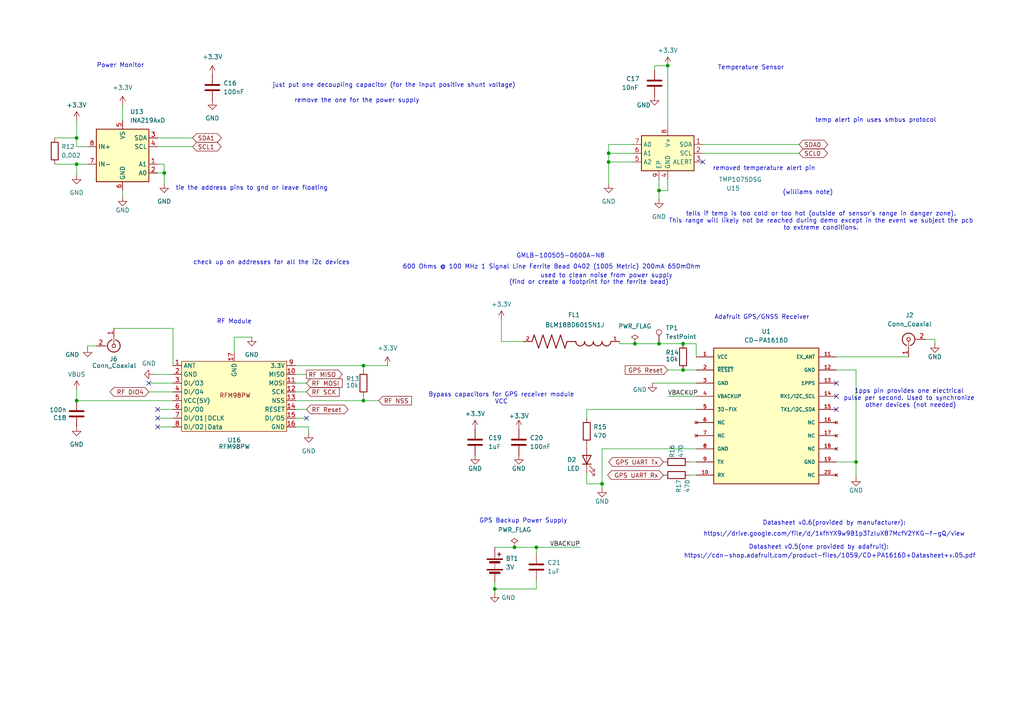
<source format=kicad_sch>
(kicad_sch (version 20250114) (generator "eeschema") (generator_version "9.0")
  (paper "A4")
  (lib_symbols
    (symbol "1my_symbol:RF_Module"
      (property "Reference" "U1" (at 23.876 4.318 0))
      (symbol "RF_Module_1_1"
        (rectangle (start -3.81 -5.08) (end 26.67 -25.4) (fill (type background)))
        (text "RFM98PW" (at 11.684 -14.986 0) (effects (font (size 1.27 1.27))))
        (pin bidirectional line (at -6.35 -6.35 0) (length 2.54) (name "ANT") (number "1"))
        (pin power_in line (at -6.35 -8.89 0) (length 2.54) (name "GND") (number "2"))
        (pin bidirectional line (at -6.35 -11.43 0) (length 2.54) (name "DI/O3") (number "3"))
        (pin bidirectional line (at -6.35 -13.97 0) (length 2.54) (name "DI/O4") (number "4"))
        (pin input line (at -6.35 -16.51 0) (length 2.54) (name "VCC(5V)") (number "5"))
        (pin bidirectional line (at -6.35 -19.05 0) (length 2.54) (name "DI/O0") (number "6"))
        (pin bidirectional line (at -6.35 -21.59 0) (length 2.54) (name "DI/O1|DCLK") (number "7"))
        (pin bidirectional line (at -6.35 -24.13 0) (length 2.54) (name "DI/O2|Data") (number "8"))
        (pin power_in line (at 11.43 -2.54 270) (length 2.54) (name "GND") (number "17"))
        (pin power_out line (at 29.21 -6.35 180) (length 2.54) (name "3.3V") (number "9"))
        (pin output line (at 29.21 -8.89 180) (length 2.54) (name "MISO") (number "10"))
        (pin input line (at 29.21 -11.43 180) (length 2.54) (name "MOSI") (number "11"))
        (pin input line (at 29.21 -13.97 180) (length 2.54) (name "SCK") (number "12"))
        (pin input line (at 29.21 -16.51 180) (length 2.54) (name "NSS") (number "13"))
        (pin bidirectional line (at 29.21 -19.05 180) (length 2.54) (name "RESET") (number "14"))
        (pin bidirectional line (at 29.21 -21.59 180) (length 2.54) (name "DI/O5") (number "15"))
        (pin power_in line (at 29.21 -24.13 180) (length 2.54) (name "GND") (number "16"))
      )
    )
    (symbol "BLM18BD601SN1J:BLM18BD601SN1J" (pin_names (offset 1.016))
      (property "Reference" "FL" (at -12.7044 5.0815 0))
      (property "Value" "BLM18BD601SN1J" (at -12.71 -5.0866 0))
      (symbol "BLM18BD601SN1J_0_0"
        (arc (start -12.7 0) (mid -11.43 1.2645) (end -10.16 0) (stroke (width 0.254)))
        (arc (start -10.16 0) (mid -8.89 1.2645) (end -7.62 0) (stroke (width 0.254)))
        (arc (start -7.62 0) (mid -6.35 1.2645) (end -5.08 0) (stroke (width 0.254)))
        (arc (start -5.08 0) (mid -3.81 1.2645) (end -2.54 0) (stroke (width 0.254)))
        (polyline (pts (xy 0 0) (xy -2.54 0)) (stroke (width 0.254)))
        (polyline (pts (xy 0 0) (xy 0.635 1.905)) (stroke (width 0.254)))
        (polyline (pts (xy 0.635 1.905) (xy 1.905 -1.905)) (stroke (width 0.254)))
        (polyline (pts (xy 1.905 -1.905) (xy 3.175 1.905)) (stroke (width 0.254)))
        (polyline (pts (xy 3.175 1.905) (xy 4.445 -1.905)) (stroke (width 0.254)))
        (polyline (pts (xy 4.445 -1.905) (xy 5.715 1.905)) (stroke (width 0.254)))
        (polyline (pts (xy 5.715 1.905) (xy 6.985 -1.905)) (stroke (width 0.254)))
        (polyline (pts (xy 6.985 -1.905) (xy 8.255 1.905)) (stroke (width 0.254)))
        (polyline (pts (xy 8.255 1.905) (xy 9.525 -1.905)) (stroke (width 0.254)))
        (polyline (pts (xy 9.525 -1.905) (xy 10.16 0)) (stroke (width 0.254)))
        (pin passive line (at -15.24 0 0) (length 2.54) (name "~") (number "1"))
        (pin passive line (at 12.7 0 180) (length 2.54) (name "~") (number "2"))
      )
    )
    (symbol "CD-PA1616D:CD-PA1616D" (pin_names (offset 1.016))
      (property "Reference" "U1" (at 0 27.686 0))
      (property "Value" "CD-PA1616D" (at 0 25.146 0))
      (symbol "CD-PA1616D_0_0"
        (rectangle (start -15.24 22.86) (end 15.24 -16.51) (stroke (width 0.254)) (fill (type background)))
        (pin power_in line (at -20.32 20.32 0) (length 5.08) (name "VCC") (number "1"))
        (pin input line (at -20.32 16.51 0) (length 5.08) (name "~{RESET}") (number "2"))
        (pin power_in line (at -20.32 12.7 0) (length 5.08) (name "GND") (number "3"))
        (pin power_in line (at -20.32 8.89 0) (length 5.08) (name "VBACKUP") (number "4"))
        (pin output line (at -20.32 5.08 0) (length 5.08) (name "3D-FIX") (number "5"))
        (pin no_connect line (at -20.32 1.27 0) (length 5.08) (name "NC") (number "6"))
        (pin no_connect line (at -20.32 -2.54 0) (length 5.08) (name "NC") (number "7"))
        (pin power_in line (at -20.32 -6.35 0) (length 5.08) (name "GND") (number "8"))
        (pin output line (at -20.32 -10.16 0) (length 5.08) (name "TX") (number "9"))
        (pin input line (at -20.32 -13.97 0) (length 5.08) (name "RX") (number "10"))
        (pin bidirectional line (at 20.32 20.32 180) (length 5.08) (name "EX_ANT") (number "11"))
        (pin power_in line (at 20.32 16.51 180) (length 5.08) (name "GND") (number "12"))
        (pin output line (at 20.32 12.7 180) (length 5.08) (name "1PPS") (number "13"))
        (pin input line (at 20.32 8.89 180) (length 5.08) (name "RX1/I2C_SCL") (number "14"))
        (pin output line (at 20.32 5.08 180) (length 5.08) (name "TX1/I2C_SDA") (number "15"))
        (pin no_connect line (at 20.32 1.27 180) (length 5.08) (name "NC") (number "16"))
        (pin no_connect line (at 20.32 -2.54 180) (length 5.08) (name "NC") (number "17"))
        (pin no_connect line (at 20.32 -6.35 180) (length 5.08) (name "NC") (number "18"))
        (pin power_in line (at 20.32 -10.16 180) (length 5.08) (name "GND") (number "19"))
        (pin no_connect line (at 20.32 -13.97 180) (length 5.08) (name "NC") (number "20"))
      )
    )
    (symbol "Connector:Conn_Coaxial" (pin_names (offset 1.016) (hide yes))
      (property "Reference" "J" (at 0.254 3.048 0))
      (property "Value" "Conn_Coaxial" (at 2.921 0 90))
      (symbol "Conn_Coaxial_0_1"
        (polyline (pts (xy -2.54 0) (xy -0.508 0)))
        (arc (start 1.778 0) (mid 0.222 -1.8079) (end -1.778 -0.508) (stroke (width 0.254)))
        (arc (start -1.778 0.508) (mid 0.2221 1.8084) (end 1.778 0) (stroke (width 0.254)))
        (circle (center 0 0) (radius 0.508) (stroke (width 0.2032)))
        (polyline (pts (xy 0 -2.54) (xy 0 -1.778)))
      )
      (symbol "Conn_Coaxial_1_1"
        (pin passive line (at -5.08 0 0) (length 2.54) (name "In") (number "1"))
        (pin passive line (at 0 -5.08 90) (length 2.54) (name "Ext") (number "2"))
      )
    )
    (symbol "Connector:TestPoint" (pin_numbers (hide yes)) (pin_names (offset 0.762) (hide yes))
      (property "Reference" "TP" (at 0 6.858 0))
      (property "Value" "TestPoint" (at 0 5.08 0))
      (symbol "TestPoint_0_1"
        (circle (center 0 3.302) (radius 0.762))
      )
      (symbol "TestPoint_1_1"
        (pin passive line (at 0 0 90) (length 2.54) (name "1") (number "1"))
      )
    )
    (symbol "Device:Battery" (pin_numbers (hide yes)) (pin_names (offset 0) (hide yes))
      (property "Reference" "BT" (at 2.54 2.54 0))
      (property "Value" "Battery" (at 2.54 0 0))
      (symbol "Battery_0_1"
        (rectangle (start -2.286 1.778) (end 2.286 1.524) (fill (type outline)))
        (rectangle (start -2.286 -1.27) (end 2.286 -1.524) (fill (type outline)))
        (rectangle (start -1.524 1.016) (end 1.524 0.508) (fill (type outline)))
        (rectangle (start -1.524 -2.032) (end 1.524 -2.54) (fill (type outline)))
        (polyline (pts (xy 0 1.778) (xy 0 2.54)))
        (polyline (pts (xy 0 0) (xy 0 0.254)))
        (polyline (pts (xy 0 -0.508) (xy 0 -0.254)))
        (polyline (pts (xy 0 -1.016) (xy 0 -0.762)))
        (polyline (pts (xy 0.762 3.048) (xy 1.778 3.048)) (stroke (width 0.254)))
        (polyline (pts (xy 1.27 3.556) (xy 1.27 2.54)) (stroke (width 0.254)))
      )
      (symbol "Battery_1_1"
        (pin passive line (at 0 5.08 270) (length 2.54) (name "+") (number "1"))
        (pin passive line (at 0 -5.08 90) (length 2.54) (name "-") (number "2"))
      )
    )
    (symbol "Device:C" (pin_numbers (hide yes)) (pin_names (offset 0.254))
      (property "Reference" "C" (at 0.635 2.54 0))
      (property "Value" "C" (at 0.635 -2.54 0))
      (symbol "C_0_1"
        (polyline (pts (xy -2.032 0.762) (xy 2.032 0.762)) (stroke (width 0.508)))
        (polyline (pts (xy -2.032 -0.762) (xy 2.032 -0.762)) (stroke (width 0.508)))
      )
      (symbol "C_1_1"
        (pin passive line (at 0 3.81 270) (length 2.794) (name "~") (number "1"))
        (pin passive line (at 0 -3.81 90) (length 2.794) (name "~") (number "2"))
      )
    )
    (symbol "Device:LED" (pin_numbers (hide yes)) (pin_names (offset 1.016) (hide yes))
      (property "Reference" "D" (at 0 2.54 0))
      (property "Value" "LED" (at 0 -2.54 0))
      (symbol "LED_0_1"
        (polyline (pts (xy -3.048 -0.762) (xy -4.572 -2.286) (xy -3.81 -2.286) (xy -4.572 -2.286) (xy -4.572 -1.524)))
        (polyline (pts (xy -1.778 -0.762) (xy -3.302 -2.286) (xy -2.54 -2.286) (xy -3.302 -2.286) (xy -3.302 -1.524)))
        (polyline (pts (xy -1.27 0) (xy 1.27 0)))
        (polyline (pts (xy -1.27 -1.27) (xy -1.27 1.27)) (stroke (width 0.254)))
        (polyline (pts (xy 1.27 -1.27) (xy 1.27 1.27) (xy -1.27 0) (xy 1.27 -1.27)) (stroke (width 0.254)))
      )
      (symbol "LED_1_1"
        (pin passive line (at -3.81 0 0) (length 2.54) (name "K") (number "1"))
        (pin passive line (at 3.81 0 180) (length 2.54) (name "A") (number "2"))
      )
    )
    (symbol "Device:R" (pin_numbers (hide yes)) (pin_names (offset 0))
      (property "Reference" "R" (at 2.032 0 90))
      (property "Value" "R" (at 0 0 90))
      (symbol "R_0_1"
        (rectangle (start -1.016 -2.54) (end 1.016 2.54) (stroke (width 0.254)))
      )
      (symbol "R_1_1"
        (pin passive line (at 0 3.81 270) (length 1.27) (name "~") (number "1"))
        (pin passive line (at 0 -3.81 90) (length 1.27) (name "~") (number "2"))
      )
    )
    (symbol "Sensor_Energy:INA219AxD"
      (property "Reference" "U" (at -6.35 8.89 0))
      (property "Value" "INA219AxD" (at 5.08 8.89 0))
      (symbol "INA219AxD_0_1"
        (rectangle (start -7.62 7.62) (end 7.62 -7.62) (stroke (width 0.254)) (fill (type background)))
      )
      (symbol "INA219AxD_1_1"
        (pin input line (at -10.16 2.54 0) (length 2.54) (name "IN+") (number "8"))
        (pin input line (at -10.16 -2.54 0) (length 2.54) (name "IN-") (number "7"))
        (pin power_in line (at 0 10.16 270) (length 2.54) (name "VS") (number "5"))
        (pin power_in line (at 0 -10.16 90) (length 2.54) (name "GND") (number "6"))
        (pin bidirectional line (at 10.16 5.08 180) (length 2.54) (name "SDA") (number "3"))
        (pin input line (at 10.16 2.54 180) (length 2.54) (name "SCL") (number "4"))
        (pin input line (at 10.16 -2.54 180) (length 2.54) (name "A1") (number "1"))
        (pin input line (at 10.16 -5.08 180) (length 2.54) (name "A0") (number "2"))
      )
    )
    (symbol "Sensor_Temperature:TMP1075DSG"
      (property "Reference" "U" (at -6.35 6.35 0))
      (property "Value" "TMP1075DSG" (at 6.35 6.35 0))
      (symbol "TMP1075DSG_0_1"
        (rectangle (start -7.62 5.08) (end 7.62 -5.08) (stroke (width 0.254)) (fill (type background)))
      )
      (symbol "TMP1075DSG_1_1"
        (pin input line (at -10.16 2.54 0) (length 2.54) (name "A0") (number "7"))
        (pin input line (at -10.16 0 0) (length 2.54) (name "A1") (number "6"))
        (pin input line (at -10.16 -2.54 0) (length 2.54) (name "A2") (number "5"))
        (pin passive line (at -2.54 -7.62 90) (length 2.54) (name "EP") (number "9"))
        (pin power_in line (at 0 7.62 270) (length 2.54) (name "V+") (number "8"))
        (pin power_in line (at 0 -7.62 90) (length 2.54) (name "GND") (number "4"))
        (pin bidirectional line (at 10.16 2.54 180) (length 2.54) (name "SDA") (number "1"))
        (pin input line (at 10.16 0 180) (length 2.54) (name "SCL") (number "2"))
        (pin open_collector line (at 10.16 -2.54 180) (length 2.54) (name "ALERT") (number "3"))
      )
    )
    (symbol "power:+3.3V" (power) (pin_numbers (hide yes)) (pin_names (offset 0) (hide yes))
      (property "Value" "+3.3V" (at 0 3.556 0))
      (symbol "+3.3V_0_1"
        (polyline (pts (xy -0.762 1.27) (xy 0 2.54)))
        (polyline (pts (xy 0 2.54) (xy 0.762 1.27)))
        (polyline (pts (xy 0 0) (xy 0 2.54)))
      )
      (symbol "+3.3V_1_1"
        (pin power_in line (at 0 0 90) (length 0) (name "~") (number "1"))
      )
    )
    (symbol "power:GND" (power) (pin_numbers (hide yes)) (pin_names (offset 0) (hide yes))
      (property "Value" "GND" (at 0 -3.81 0))
      (symbol "GND_0_1"
        (polyline (pts (xy 0 0) (xy 0 -1.27) (xy 1.27 -1.27) (xy 0 -2.54) (xy -1.27 -1.27) (xy 0 -1.27)))
      )
      (symbol "GND_1_1"
        (pin power_in line (at 0 0 270) (length 0) (name "~") (number "1"))
      )
    )
    (symbol "power:PWR_FLAG" (power) (pin_numbers (hide yes)) (pin_names (offset 0) (hide yes))
      (property "Value" "PWR_FLAG" (at 0 3.81 0))
      (symbol "PWR_FLAG_0_0"
        (pin power_out line (at 0 0 90) (length 0) (name "~") (number "1"))
      )
      (symbol "PWR_FLAG_0_1"
        (polyline (pts (xy 0 0) (xy 0 1.27) (xy -1.016 1.905) (xy 0 2.54) (xy 1.016 1.905) (xy 0 1.27)))
      )
    )
    (symbol "power:VBUS" (power) (pin_numbers (hide yes)) (pin_names (offset 0) (hide yes))
      (property "Value" "VBUS" (at 0 3.556 0))
      (symbol "VBUS_0_1"
        (polyline (pts (xy -0.762 1.27) (xy 0 2.54)))
        (polyline (pts (xy 0 2.54) (xy 0.762 1.27)))
        (polyline (pts (xy 0 0) (xy 0 2.54)))
      )
      (symbol "VBUS_1_1"
        (pin power_in line (at 0 0 90) (length 0) (name "~") (number "1"))
      )
    )
  )
  (text "temp alert pin uses smbus protocol\n" (at 254 34.925 0) (effects (font (size 1.27 1.27))))
  (text "RF Module" (at 67.945 93.345 0) (effects (font (size 1.27 1.27))))
  (text "GPS Backup Power Supply" (at 151.765 151.13 0) (effects (font (size 1.27 1.27))))
  (text "tells if temp is too cold or too hot (outside of sensor's range in danger zone).\nThis range will likely not be reached during demo except in the event we subject the pcb\nto extreme conditions." (at 238.125 64.135 0) (effects (font (size 1.27 1.27))))
  (text "Power Monitor" (at 34.925 19.05 0) (effects (font (size 1.27 1.27))))
  (text "removed temperature alert pin" (at 221.615 48.895 0) (effects (font (size 1.27 1.27))))
  (text "GMLB-100505-0600A-N8" (at 162.56 74.295 0) (effects (font (size 1.27 1.27))))
  (text "https://drive.google.com/file/d/1kfhYX9w9B1p3TzluX87McfV2YKG-f-gQ/view" (at 241.935 154.94 0) (effects (font (size 1.27 1.27))))
  (text "Datasheet v0.5(one provided by adafruit):" (at 237.49 158.75 0) (effects (font (size 1.27 1.27))))
  (text "(williams note)" (at 234.315 55.88 0) (effects (font (size 1.27 1.27))))
  (text "Temperature Sensor" (at 217.805 19.685 0) (effects (font (size 1.27 1.27))))
  (text "600 Ohms @ 100 MHz 1 Signal Line Ferrite Bead 0402 (1005 Metric) 200mA 650mOhm" (at 160.02 77.47 0) (effects (font (size 1.27 1.27))))
  (text "Datasheet v0.6(provided by manufacturer):" (at 241.935 151.765 0) (effects (font (size 1.27 1.27))))
  (text "check up on addresses for all the i2c devices\n" (at 78.74 76.2 0) (effects (font (size 1.27 1.27))))
  (text "1pps pin provides one electrical \npulse per second. Used to synchronize \nother devices (not needed)" (at 264.16 115.57 0) (effects (font (size 1.27 1.27))))
  (text "used to clean noise from power supply\n" (at 175.895 80.01 0) (effects (font (size 1.27 1.27))))
  (text "just put one decoupling capacitor (for the input positive shunt voltage)" (at 114.3 24.765 0) (effects (font (size 1.27 1.27))))
  (text "(find or create a footprint for the ferrite bead)" (at 170.815 81.915 0) (effects (font (size 1.27 1.27))))
  (text "Bypass capacitors for GPS receiver module\nVCC\n" (at 145.415 115.57 0) (effects (font (size 1.27 1.27))))
  (text "remove the one for the power supply" (at 103.505 29.21 0) (effects (font (size 1.27 1.27))))
  (text "tie the address pins to gnd or leave floating" (at 73.025 54.61 0) (effects (font (size 1.27 1.27))))
  (text "Adafruit GPS/GNSS Receiver\n" (at 220.98 92.075 0) (effects (font (size 1.27 1.27))))
  (text "https://cdn-shop.adafruit.com/product-files/1059/CD+PA1616D+Datasheet+v.05.pdf" (at 240.665 161.29 0) (effects (font (size 1.27 1.27))))
  (junction (at 248.285 133.985))
  (junction (at 193.675 19.05))
  (junction (at 22.225 47.625))
  (junction (at 149.225 158.75))
  (junction (at 155.575 158.75))
  (junction (at 143.51 170.815))
  (junction (at 191.135 55.245))
  (junction (at 176.53 44.45))
  (junction (at 191.135 99.695))
  (junction (at 105.41 106.045))
  (junction (at 176.53 46.99))
  (junction (at 198.12 107.315))
  (junction (at 22.225 116.205))
  (junction (at 198.12 99.695))
  (junction (at 105.41 116.205))
  (junction (at 184.15 99.695))
  (junction (at 22.225 40.005))
  (junction (at 174.625 140.335))
  (junction (at 47.625 50.165))
  (no_connect (at 242.57 118.745))
  (no_connect (at 88.9 121.285))
  (no_connect (at 43.18 111.125))
  (no_connect (at 45.72 118.745))
  (no_connect (at 45.72 121.285))
  (no_connect (at 45.72 123.825))
  (no_connect (at 242.57 111.125))
  (no_connect (at 242.57 114.935))
  (no_connect (at 203.835 46.99))
  (wire (pts (xy 45.72 50.165) (xy 47.625 50.165)))
  (wire (pts (xy 143.51 170.815) (xy 143.51 168.91)))
  (wire (pts (xy 193.675 19.05) (xy 193.675 36.83)))
  (wire (pts (xy 191.135 99.695) (xy 198.12 99.695)))
  (wire (pts (xy 22.225 47.625) (xy 25.4 47.625)))
  (wire (pts (xy 248.285 107.315) (xy 248.285 133.985)))
  (wire (pts (xy 67.945 97.79) (xy 73.025 97.79)))
  (wire (pts (xy 271.145 98.425) (xy 271.145 99.695)))
  (wire (pts (xy 191.135 52.07) (xy 191.135 55.245)))
  (wire (pts (xy 176.53 46.99) (xy 176.53 53.34)))
  (wire (pts (xy 184.15 99.695) (xy 191.135 99.695)))
  (wire (pts (xy 45.72 42.545) (xy 55.88 42.545)))
  (wire (pts (xy 47.625 47.625) (xy 47.625 50.165)))
  (wire (pts (xy 201.93 99.695) (xy 201.93 103.505)))
  (wire (pts (xy 170.18 118.745) (xy 201.93 118.745)))
  (wire (pts (xy 85.725 106.045) (xy 105.41 106.045)))
  (wire (pts (xy 45.72 118.745) (xy 50.165 118.745)))
  (wire (pts (xy 145.415 92.71) (xy 145.415 99.06)))
  (wire (pts (xy 85.725 113.665) (xy 88.9 113.665)))
  (wire (pts (xy 174.625 130.175) (xy 174.625 140.335)))
  (wire (pts (xy 242.57 133.985) (xy 248.285 133.985)))
  (wire (pts (xy 179.705 99.06) (xy 179.705 99.695)))
  (wire (pts (xy 105.41 114.935) (xy 105.41 116.205)))
  (wire (pts (xy 149.225 158.75) (xy 155.575 158.75)))
  (wire (pts (xy 193.675 114.935) (xy 201.93 114.935)))
  (wire (pts (xy 179.705 99.695) (xy 184.15 99.695)))
  (wire (pts (xy 85.725 123.825) (xy 89.535 123.825)))
  (wire (pts (xy 176.53 44.45) (xy 183.515 44.45)))
  (wire (pts (xy 174.625 140.335) (xy 174.625 141.605)))
  (wire (pts (xy 189.865 20.32) (xy 189.865 19.05)))
  (wire (pts (xy 105.41 116.205) (xy 109.855 116.205)))
  (wire (pts (xy 248.285 133.985) (xy 248.285 138.43)))
  (wire (pts (xy 155.575 168.275) (xy 155.575 170.815)))
  (wire (pts (xy 43.18 113.665) (xy 50.165 113.665)))
  (wire (pts (xy 22.225 50.8) (xy 22.225 47.625)))
  (wire (pts (xy 203.835 41.91) (xy 231.775 41.91)))
  (wire (pts (xy 25.4 100.33) (xy 25.4 100.965)))
  (wire (pts (xy 242.57 103.505) (xy 263.525 103.505)))
  (wire (pts (xy 189.865 19.05) (xy 193.675 19.05)))
  (wire (pts (xy 176.53 41.91) (xy 176.53 44.45)))
  (wire (pts (xy 200.025 137.795) (xy 201.93 137.795)))
  (wire (pts (xy 85.725 111.125) (xy 88.9 111.125)))
  (wire (pts (xy 45.72 40.005) (xy 55.88 40.005)))
  (wire (pts (xy 203.835 44.45) (xy 231.775 44.45)))
  (wire (pts (xy 183.515 41.91) (xy 176.53 41.91)))
  (wire (pts (xy 35.56 55.245) (xy 35.56 57.15)))
  (wire (pts (xy 170.18 140.335) (xy 170.18 137.16)))
  (wire (pts (xy 174.625 130.175) (xy 201.93 130.175)))
  (wire (pts (xy 155.575 158.75) (xy 168.275 158.75)))
  (wire (pts (xy 85.725 121.285) (xy 88.9 121.285)))
  (wire (pts (xy 176.53 46.99) (xy 183.515 46.99)))
  (wire (pts (xy 44.45 108.585) (xy 50.165 108.585)))
  (wire (pts (xy 22.225 34.925) (xy 22.225 40.005)))
  (wire (pts (xy 268.605 98.425) (xy 271.145 98.425)))
  (wire (pts (xy 105.41 106.045) (xy 105.41 107.315)))
  (wire (pts (xy 22.225 113.03) (xy 22.225 116.205)))
  (wire (pts (xy 200.025 133.985) (xy 201.93 133.985)))
  (wire (pts (xy 15.875 47.625) (xy 22.225 47.625)))
  (wire (pts (xy 22.225 116.205) (xy 50.165 116.205)))
  (wire (pts (xy 47.625 50.165) (xy 47.625 53.34)))
  (wire (pts (xy 89.535 123.825) (xy 89.535 125.73)))
  (wire (pts (xy 143.51 158.75) (xy 149.225 158.75)))
  (wire (pts (xy 45.72 47.625) (xy 47.625 47.625)))
  (wire (pts (xy 193.675 107.315) (xy 198.12 107.315)))
  (wire (pts (xy 85.725 118.745) (xy 88.9 118.745)))
  (wire (pts (xy 35.56 30.48) (xy 35.56 34.925)))
  (wire (pts (xy 193.675 52.07) (xy 193.675 55.245)))
  (wire (pts (xy 22.225 40.005) (xy 22.225 42.545)))
  (wire (pts (xy 33.02 95.25) (xy 50.165 95.25)))
  (wire (pts (xy 170.18 128.905) (xy 170.18 129.54)))
  (wire (pts (xy 170.18 140.335) (xy 174.625 140.335)))
  (wire (pts (xy 155.575 158.75) (xy 155.575 160.655)))
  (wire (pts (xy 242.57 107.315) (xy 248.285 107.315)))
  (wire (pts (xy 198.12 99.695) (xy 201.93 99.695)))
  (wire (pts (xy 145.415 99.06) (xy 151.765 99.06)))
  (wire (pts (xy 201.93 111.125) (xy 189.23 111.125)))
  (wire (pts (xy 143.51 170.815) (xy 155.575 170.815)))
  (wire (pts (xy 176.53 44.45) (xy 176.53 46.99)))
  (wire (pts (xy 25.4 100.33) (xy 27.94 100.33)))
  (wire (pts (xy 85.725 116.205) (xy 105.41 116.205)))
  (wire (pts (xy 50.165 95.25) (xy 50.165 106.045)))
  (wire (pts (xy 22.225 42.545) (xy 25.4 42.545)))
  (wire (pts (xy 105.41 106.045) (xy 112.395 106.045)))
  (wire (pts (xy 198.12 107.315) (xy 201.93 107.315)))
  (wire (pts (xy 85.725 108.585) (xy 88.9 108.585)))
  (wire (pts (xy 15.875 40.005) (xy 22.225 40.005)))
  (wire (pts (xy 45.72 123.825) (xy 50.165 123.825)))
  (wire (pts (xy 170.18 118.745) (xy 170.18 121.285)))
  (wire (pts (xy 191.135 55.245) (xy 191.135 57.785)))
  (wire (pts (xy 193.675 55.245) (xy 191.135 55.245)))
  (wire (pts (xy 43.18 111.125) (xy 50.165 111.125)))
  (wire (pts (xy 143.51 172.085) (xy 143.51 170.815)))
  (wire (pts (xy 67.945 102.235) (xy 67.945 97.79)))
  (wire (pts (xy 45.72 121.285) (xy 50.165 121.285)))
  (label "VBACKUP" (at 193.675 114.935 0))
  (label "VBACKUP" (at 168.275 158.75 180))
  (global_label "RF MISO" (shape output) (at 88.9 108.585 0) (property "Intersheetrefs" "${INTERSHEET_REFS}" (effects (hide yes))))
  (global_label "SCL0" (shape bidirectional) (at 231.775 44.45 0) (property "Intersheetrefs" "${INTERSHEET_REFS}" (effects (hide yes))))
  (global_label "GPS Reset" (shape input) (at 193.675 107.315 180) (property "Intersheetrefs" "${INTERSHEET_REFS}" (effects (hide yes))))
  (global_label "GPS UART Rx" (shape bidirectional) (at 192.405 137.795 180) (property "Intersheetrefs" "${INTERSHEET_REFS}" (effects (hide yes))))
  (global_label "SDA0" (shape bidirectional) (at 231.775 41.91 0) (property "Intersheetrefs" "${INTERSHEET_REFS}" (effects (hide yes))))
  (global_label "RF NSS" (shape input) (at 109.855 116.205 0) (property "Intersheetrefs" "${INTERSHEET_REFS}" (effects (hide yes))))
  (global_label "RF DIO4" (shape bidirectional) (at 43.18 113.665 180) (property "Intersheetrefs" "${INTERSHEET_REFS}" (effects (hide yes))))
  (global_label "RF MOSI" (shape input) (at 88.9 111.125 0) (property "Intersheetrefs" "${INTERSHEET_REFS}" (effects (hide yes))))
  (global_label "RF SCK" (shape input) (at 88.9 113.665 0) (property "Intersheetrefs" "${INTERSHEET_REFS}" (effects (hide yes))))
  (global_label "RF Reset" (shape bidirectional) (at 88.9 118.745 0) (property "Intersheetrefs" "${INTERSHEET_REFS}" (effects (hide yes))))
  (global_label "SCL1" (shape bidirectional) (at 55.88 42.545 0) (property "Intersheetrefs" "${INTERSHEET_REFS}" (effects (hide yes))))
  (global_label "GPS UART Tx" (shape bidirectional) (at 192.405 133.985 180) (property "Intersheetrefs" "${INTERSHEET_REFS}" (effects (hide yes))))
  (global_label "SDA1" (shape bidirectional) (at 55.88 40.005 0) (property "Intersheetrefs" "${INTERSHEET_REFS}" (effects (hide yes))))
  (symbol (lib_id "power:GND") (at 35.56 57.15 0) (unit 1)
    (property "Reference" "#PWR092" (effects (hide yes)))
    (property "Value" "GND" (at 35.56 60.96 0))
    (property "Description" "Power symbol creates a global label with name \"GND\" , ground" (effects (hide yes)))
  )
  (symbol (lib_id "power:+3.3V") (at 150.495 124.46 0) (unit 1)
    (property "Reference" "#PWR0106" (effects (hide yes)))
    (property "Value" "+3.3V" (at 150.495 120.65 0))
    (property "Description" "Power symbol creates a global label with name \"+3.3V\"" (effects (hide yes)))
  )
  (symbol (lib_id "power:GND") (at 189.23 111.125 0) (unit 1)
    (property "Reference" "#PWR098" (effects (hide yes)))
    (property "Value" "GND" (at 183.515 113.03 0) (effects (justify left)))
    (property "Description" "Power symbol creates a global label with name \"GND\" , ground" (effects (hide yes)))
  )
  (symbol (lib_id "Device:R") (at 105.41 111.125 0) (unit 1)
    (property "Reference" "R13" (at 100.33 109.855 0) (effects (justify left)))
    (property "Value" "10k" (at 100.33 111.76 0) (effects (justify left)))
    (property "Footprint" "Resistor_SMD:R_0402_1005Metric" (effects (hide yes)))
    (property "Description" "Resistor" (effects (hide yes)))
  )
  (symbol (lib_id "Connector:Conn_Coaxial") (at 263.525 98.425 90) (unit 1)
    (property "Reference" "J2" (at 263.8182 91.44 90))
    (property "Value" "Conn_Coaxial" (at 263.8182 93.98 90))
    (property "Footprint" "Connector_Coaxial:MMCX_Molex_73415-1471_Vertical" (effects (hide yes)))
    (property "Description" "coaxial connector (BNC, SMA, SMB, SMC, Cinch/RCA, LEMO, ...)" (effects (hide yes)))
  )
  (symbol (lib_id "Device:C") (at 155.575 164.465 0) (unit 1)
    (property "Reference" "C21" (at 158.75 163.1949 0) (effects (justify left)))
    (property "Value" "1uF" (at 158.75 165.7349 0) (effects (justify left)))
    (property "Footprint" "Capacitor_SMD:C_0603_1608Metric" (effects (hide yes)))
    (property "Description" "Unpolarized capacitor" (effects (hide yes)))
  )
  (symbol (lib_id "Device:R") (at 196.215 133.985 270) (unit 1)
    (property "Reference" "R16" (at 194.945 128.905 0) (effects (justify left)))
    (property "Value" "470" (at 197.485 128.905 0) (effects (justify left)))
    (property "Footprint" "Resistor_SMD:R_0603_1608Metric" (effects (hide yes)))
    (property "Description" "Resistor" (effects (hide yes)))
  )
  (symbol (lib_id "Sensor_Temperature:TMP1075DSG") (at 193.675 44.45 0) (unit 1)
    (property "Reference" "U15" (at 214.63 54.61 0) (effects (justify right)))
    (property "Value" "TMP1075DSG" (at 220.98 52.07 0) (effects (justify right)))
    (property "Footprint" "Package_SON:WSON-8-1EP_2x2mm_P0.5mm_EP0.9x1.6mm_ThermalVias" (effects (hide yes)))
    (property "Datasheet" "https://www.ti.com/lit/gpn/tmp1075" (effects (hide yes)))
    (property "Description" "I2C-bus digital temperature sensor and thermal watchdog, WSON-8" (effects (hide yes)))
  )
  (symbol (lib_id "power:GND") (at 44.45 108.585 270) (unit 1)
    (property "Reference" "#PWR0121" (effects (hide yes)))
    (property "Value" "GND" (at 43.18 105.41 90))
    (property "Description" "Power symbol creates a global label with name \"GND\" , ground" (effects (hide yes)))
  )
  (symbol (lib_id "power:GND") (at 22.225 123.825 0) (unit 1)
    (property "Reference" "#PWR0116" (effects (hide yes)))
    (property "Value" "GND" (at 22.225 128.905 0))
    (property "Description" "Power symbol creates a global label with name \"GND\" , ground" (effects (hide yes)))
  )
  (symbol (lib_id "Device:R") (at 196.215 137.795 270) (unit 1)
    (property "Reference" "R17" (at 196.85 139.065 0) (effects (justify left)))
    (property "Value" "470" (at 199.39 139.065 0) (effects (justify left)))
    (property "Footprint" "Resistor_SMD:R_0603_1608Metric" (effects (hide yes)))
    (property "Description" "Resistor" (effects (hide yes)))
  )
  (symbol (lib_id "power:PWR_FLAG") (at 184.15 99.695 0) (unit 1)
    (property "Reference" "#FLG01" (effects (hide yes)))
    (property "Value" "PWR_FLAG" (at 184.15 94.615 0))
    (property "Description" "Special symbol for telling ERC where power comes from" (effects (hide yes)))
  )
  (symbol (lib_id "Device:LED") (at 170.18 133.35 90) (unit 1)
    (property "Reference" "D2" (at 164.465 133.35 90) (effects (justify right)))
    (property "Value" "LED" (at 164.465 135.89 90) (effects (justify right)))
    (property "Footprint" "LED_SMD:LED_0402_1005Metric" (effects (hide yes)))
    (property "Description" "Light emitting diode" (effects (hide yes)))
    (property "Sim.Pins" "1=K 2=A" (effects (hide yes)))
  )
  (symbol (lib_id "power:+3.3V") (at 35.56 30.48 0) (unit 1)
    (property "Reference" "#PWR091" (effects (hide yes)))
    (property "Value" "+3.3V" (at 35.56 25.4 0))
    (property "Description" "Power symbol creates a global label with name \"+3.3V\"" (effects (hide yes)))
  )
  (symbol (lib_id "power:+3.3V") (at 61.595 21.59 0) (unit 1)
    (property "Reference" "#PWR0122" (effects (hide yes)))
    (property "Value" "+3.3V" (at 61.595 16.51 0))
    (property "Description" "Power symbol creates a global label with name \"+3.3V\"" (effects (hide yes)))
  )
  (symbol (lib_id "power:GND") (at 189.865 27.94 0) (unit 1)
    (property "Reference" "#PWR096" (effects (hide yes)))
    (property "Value" "GND" (at 186.69 30.48 0))
    (property "Description" "Power symbol creates a global label with name \"GND\" , ground" (effects (hide yes)))
  )
  (symbol (lib_id "Connector:Conn_Coaxial") (at 33.02 100.33 270) (unit 1)
    (property "Reference" "J6" (at 31.75 104.14 90) (effects (justify left)))
    (property "Value" "Conn_Coaxial" (at 26.67 106.045 90) (effects (justify left)))
    (property "Footprint" "Connector_Coaxial:MMCX_Molex_73415-1471_Vertical" (effects (hide yes)))
    (property "Description" "coaxial connector (BNC, SMA, SMB, SMC, Cinch/RCA, LEMO, ...)" (effects (hide yes)))
  )
  (symbol (lib_id "Device:C") (at 189.865 24.13 0) (unit 1)
    (property "Reference" "C17" (at 181.61 22.86 0) (effects (justify left)))
    (property "Value" "10nF" (at 180.34 25.4 0) (effects (justify left)))
    (property "Footprint" "Capacitor_SMD:C_0402_1005Metric" (effects (hide yes)))
    (property "Description" "Unpolarized capacitor" (effects (hide yes)))
  )
  (symbol (lib_id "power:GND") (at 61.595 29.21 0) (unit 1)
    (property "Reference" "#PWR0100" (effects (hide yes)))
    (property "Value" "GND" (at 61.595 34.29 0))
    (property "Description" "Power symbol creates a global label with name \"GND\" , ground" (effects (hide yes)))
  )
  (symbol (lib_id "power:GND") (at 47.625 53.34 0) (unit 1)
    (property "Reference" "#PWR095" (effects (hide yes)))
    (property "Value" "GND" (at 47.625 58.42 0))
    (property "Description" "Power symbol creates a global label with name \"GND\" , ground" (effects (hide yes)))
  )
  (symbol (lib_id "power:GND") (at 150.495 132.08 0) (unit 1)
    (property "Reference" "#PWR0107" (effects (hide yes)))
    (property "Value" "GND" (at 150.495 135.89 0))
    (property "Description" "Power symbol creates a global label with name \"GND\" , ground" (effects (hide yes)))
  )
  (symbol (lib_id "Connector:TestPoint") (at 191.135 99.695 0) (unit 1)
    (property "Reference" "TP1" (at 193.04 95.1229 0) (effects (justify left)))
    (property "Value" "TestPoint" (at 193.04 97.6629 0) (effects (justify left)))
    (property "Footprint" "1my_footprints:TestPoint_Loop_D1.80mm_Drill1.0mm_Beaded" (effects (hide yes)))
    (property "Description" "test point" (effects (hide yes)))
  )
  (symbol (lib_id "power:GND") (at 22.225 50.8 0) (unit 1)
    (property "Reference" "#PWR090" (effects (hide yes)))
    (property "Value" "GND" (at 22.225 55.88 0))
    (property "Description" "Power symbol creates a global label with name \"GND\" , ground" (effects (hide yes)))
  )
  (symbol (lib_id "power:VBUS") (at 22.225 113.03 0) (unit 1)
    (property "Reference" "#PWR05" (effects (hide yes)))
    (property "Value" "VBUS" (at 22.225 108.585 0))
    (property "Description" "Power symbol creates a global label with name \"VBUS\"" (effects (hide yes)))
  )
  (symbol (lib_id "Device:C") (at 150.495 128.27 0) (unit 1)
    (property "Reference" "C20" (at 153.67 126.9999 0) (effects (justify left)))
    (property "Value" "100nF" (at 153.67 129.5399 0) (effects (justify left)))
    (property "Footprint" "Capacitor_SMD:C_0402_1005Metric" (effects (hide yes)))
    (property "Description" "Unpolarized capacitor" (effects (hide yes)))
  )
  (symbol (lib_id "power:GND") (at 73.025 97.79 0) (unit 1)
    (property "Reference" "#PWR0124" (effects (hide yes)))
    (property "Value" "GND" (at 73.025 102.87 0))
    (property "Description" "Power symbol creates a global label with name \"GND\" , ground" (effects (hide yes)))
  )
  (symbol (lib_id "power:+3.3V") (at 193.675 19.05 0) (unit 1)
    (property "Reference" "#PWR0105" (effects (hide yes)))
    (property "Value" "+3.3V" (at 193.675 14.605 0))
    (property "Description" "Power symbol creates a global label with name \"+3.3V\"" (effects (hide yes)))
  )
  (symbol (lib_id "Device:C") (at 61.595 25.4 0) (unit 1)
    (property "Reference" "C16" (at 64.77 24.1299 0) (effects (justify left)))
    (property "Value" "100nF" (at 64.77 26.6699 0) (effects (justify left)))
    (property "Footprint" "Capacitor_SMD:C_0402_1005Metric" (effects (hide yes)))
    (property "Description" "Unpolarized capacitor" (effects (hide yes)))
  )
  (symbol (lib_id "power:GND") (at 137.795 132.08 0) (unit 1)
    (property "Reference" "#PWR0108" (effects (hide yes)))
    (property "Value" "GND" (at 137.795 135.89 0))
    (property "Description" "Power symbol creates a global label with name \"GND\" , ground" (effects (hide yes)))
  )
  (symbol (lib_id "1my_symbol:RF_Module") (at 56.515 99.695 0) (unit 1)
    (property "Reference" "U16" (at 67.945 127.635 0))
    (property "Value" "RFM98PW" (at 67.945 129.54 0))
    (property "Footprint" "1my_footprints:RFM98PW" (effects (hide yes)))
    (property "Datasheet" "https://www.hoperf.com/uploads/RFM98PW_RFM95PWRFTransmitterandReceiverModuleDatasheetREV1.1_1695351398.pdf" (effects (hide yes)))
    (property "Description" "RF Module :)" (effects (hide yes)))
  )
  (symbol (lib_id "power:GND") (at 271.145 99.695 0) (unit 1)
    (property "Reference" "#PWR0112" (effects (hide yes)))
    (property "Value" "GND" (at 271.145 103.505 0))
    (property "Description" "Power symbol creates a global label with name \"GND\" , ground" (effects (hide yes)))
  )
  (symbol (lib_id "power:+3.3V") (at 112.395 106.045 0) (unit 1)
    (property "Reference" "#PWR0126" (effects (hide yes)))
    (property "Value" "+3.3V" (at 112.395 100.965 0))
    (property "Description" "Power symbol creates a global label with name \"+3.3V\"" (effects (hide yes)))
  )
  (symbol (lib_id "power:+3.3V") (at 137.795 124.46 0) (unit 1)
    (property "Reference" "#PWR0101" (effects (hide yes)))
    (property "Value" "+3.3V" (at 137.795 120.015 0))
    (property "Description" "Power symbol creates a global label with name \"+3.3V\"" (effects (hide yes)))
  )
  (symbol (lib_id "BLM18BD601SN1J:BLM18BD601SN1J") (at 164.465 99.06 180) (unit 1)
    (property "Reference" "FL1" (at 166.497 91.313 0))
    (property "Value" "BLM18BD601SN1J" (at 166.751 94.234 0))
    (property "Footprint" "1my_footprints:BEADC1608X95N" (effects (hide yes)))
    (property "MF" "Murata" (effects (hide yes)))
    (property "Description_1" "Ind Chip Bead 600 Ohm 25% 100MHz Ferrite 200mA 0603 Paper T/R" (effects (hide yes)))
    (property "Package" "1608 Murata" (effects (hide yes)))
    (property "Price" "None" (effects (hide yes)))
    (property "SnapEDA_Link" "https://www.snapeda.com/parts/BLM18BD601SN1J/Murata/view-part/?ref=snap" (effects (hide yes)))
    (property "MP" "BLM18BD601SN1J" (effects (hide yes)))
    (property "Availability" "In Stock" (effects (hide yes)))
    (property "Check_prices" "https://www.snapeda.com/parts/BLM18BD601SN1J/Murata/view-part/?ref=eda" (effects (hide yes)))
  )
  (symbol (lib_id "power:+3.3V") (at 145.415 92.71 0) (unit 1)
    (property "Reference" "#PWR04" (effects (hide yes)))
    (property "Value" "+3.3V" (at 145.415 88.265 0))
    (property "Description" "Power symbol creates a global label with name \"+3.3V\"" (effects (hide yes)))
  )
  (symbol (lib_id "power:GND") (at 248.285 138.43 0) (unit 1)
    (property "Reference" "#PWR0104" (effects (hide yes)))
    (property "Value" "GND" (at 248.285 142.24 0))
    (property "Description" "Power symbol creates a global label with name \"GND\" , ground" (effects (hide yes)))
  )
  (symbol (lib_id "Device:C") (at 22.225 120.015 180) (unit 1)
    (property "Reference" "C18" (at 19.304 121.1834 0) (effects (justify left)))
    (property "Value" "100n" (at 19.304 118.872 0) (effects (justify left)))
    (property "Footprint" "Capacitor_SMD:C_0402_1005Metric" (effects (hide yes)))
  )
  (symbol (lib_id "power:PWR_FLAG") (at 149.225 158.75 0) (unit 1)
    (property "Reference" "#FLG02" (effects (hide yes)))
    (property "Value" "PWR_FLAG" (at 149.225 153.67 0))
    (property "Description" "Special symbol for telling ERC where power comes from" (effects (hide yes)))
  )
  (symbol (lib_id "Device:Battery") (at 143.51 163.83 0) (unit 1)
    (property "Reference" "BT1" (at 146.685 161.9884 0) (effects (justify left)))
    (property "Value" "3V" (at 146.685 164.5284 0) (effects (justify left)))
    (property "Footprint" "Battery:BatteryHolder_Keystone_1058_1x2032" (effects (hide yes)))
    (property "Description" "Multiple-cell battery" (effects (hide yes)))
  )
  (symbol (lib_id "Device:R") (at 198.12 103.505 0) (unit 1)
    (property "Reference" "R14" (at 193.04 102.235 0) (effects (justify left)))
    (property "Value" "10k" (at 193.04 104.14 0) (effects (justify left)))
    (property "Footprint" "Resistor_SMD:R_0402_1005Metric" (effects (hide yes)))
    (property "Description" "Resistor" (effects (hide yes)))
  )
  (symbol (lib_id "Sensor_Energy:INA219AxD") (at 35.56 45.085 0) (unit 1)
    (property "Reference" "U13" (at 37.7033 32.385 0) (effects (justify left)))
    (property "Value" "INA219AxD" (at 37.7033 34.925 0) (effects (justify left)))
    (property "Footprint" "Package_SO:SOIC-8_3.9x4.9mm_P1.27mm" (effects (hide yes)))
    (property "Datasheet" "http://www.ti.com/lit/ds/symlink/ina219.pdf" (effects (hide yes)))
    (property "Description" "Zero-Drift, Bidirectional Current/Power Monitor (0-26V) With I2C Interface, SOIC-8" (effects (hide yes)))
  )
  (symbol (lib_id "Device:R") (at 15.875 43.815 0) (unit 1)
    (property "Reference" "R12" (at 17.78 42.545 0) (effects (justify left)))
    (property "Value" "0.002" (at 17.78 45.085 0) (effects (justify left)))
    (property "Footprint" "Resistor_SMD:R_2512_6332Metric" (effects (hide yes)))
    (property "Description" "Resistor" (effects (hide yes)))
  )
  (symbol (lib_id "power:GND") (at 176.53 53.34 0) (unit 1)
    (property "Reference" "#PWR0123" (effects (hide yes)))
    (property "Value" "GND" (at 176.53 58.42 0))
    (property "Description" "Power symbol creates a global label with name \"GND\" , ground" (effects (hide yes)))
  )
  (symbol (lib_id "Device:R") (at 170.18 125.095 0) (unit 1)
    (property "Reference" "R15" (at 172.085 123.8249 0) (effects (justify left)))
    (property "Value" "470" (at 172.085 126.3649 0) (effects (justify left)))
    (property "Footprint" "Resistor_SMD:R_0603_1608Metric" (effects (hide yes)))
    (property "Description" "Resistor" (effects (hide yes)))
  )
  (symbol (lib_id "power:+3.3V") (at 22.225 34.925 0) (unit 1)
    (property "Reference" "#PWR0117" (effects (hide yes)))
    (property "Value" "+3.3V" (at 22.225 30.48 0))
    (property "Description" "Power symbol creates a global label with name \"+3.3V\"" (effects (hide yes)))
  )
  (symbol (lib_id "power:GND") (at 191.135 57.785 0) (unit 1)
    (property "Reference" "#PWR0102" (effects (hide yes)))
    (property "Value" "GND" (at 191.135 62.865 0))
    (property "Description" "Power symbol creates a global label with name \"GND\" , ground" (effects (hide yes)))
  )
  (symbol (lib_id "Device:C") (at 137.795 128.27 0) (unit 1)
    (property "Reference" "C19" (at 141.605 126.9999 0) (effects (justify left)))
    (property "Value" "1uF" (at 141.605 129.5399 0) (effects (justify left)))
    (property "Footprint" "Capacitor_SMD:C_0603_1608Metric" (effects (hide yes)))
    (property "Description" "Unpolarized capacitor" (effects (hide yes)))
  )
  (symbol (lib_id "power:GND") (at 89.535 125.73 0) (unit 1)
    (property "Reference" "#PWR0125" (effects (hide yes)))
    (property "Value" "GND" (at 89.535 130.81 0))
    (property "Description" "Power symbol creates a global label with name \"GND\" , ground" (effects (hide yes)))
  )
  (symbol (lib_id "power:GND") (at 174.625 141.605 0) (unit 1)
    (property "Reference" "#PWR0109" (effects (hide yes)))
    (property "Value" "GND" (at 174.625 145.415 0))
    (property "Description" "Power symbol creates a global label with name \"GND\" , ground" (effects (hide yes)))
  )
  (symbol (lib_id "power:GND") (at 25.4 100.965 0) (unit 1)
    (property "Reference" "#PWR0103" (effects (hide yes)))
    (property "Value" "GND" (at 20.955 102.87 0))
    (property "Description" "Power symbol creates a global label with name \"GND\" , ground" (effects (hide yes)))
  )
  (symbol (lib_id "CD-PA1616D:CD-PA1616D") (at 222.25 123.825 0) (unit 1)
    (property "Reference" "U1" (at 222.25 96.139 0))
    (property "Value" "CD-PA1616D" (at 222.25 98.679 0))
    (property "Footprint" "1my_footprints:CD-PA1616D" (effects (hide yes)))
    (property "MF" "CD technology" (effects (hide yes)))
    (property "MAXIMUM_PACKAGE_HEIGHT" "6.7 mm" (effects (hide yes)))
    (property "Package" "Package" (effects (hide yes)))
    (property "Price" "None" (effects (hide yes)))
    (property "Check_prices" "https://www.snapeda.com/parts/CD-PA1616D/CD+technology/view-part/?ref=eda" (effects (hide yes)))
    (property "STANDARD" "Manufacturer Recommendations" (effects (hide yes)))
    (property "PARTREV" "V.06" (effects (hide yes)))
    (property "SnapEDA_Link" "https://www.snapeda.com/parts/CD-PA1616D/CD+technology/view-part/?ref=snap" (effects (hide yes)))
    (property "MP" "CD-PA1616D" (effects (hide yes)))
    (property "Description_1" "GNSS patch antenna module" (effects (hide yes)))
    (property "SNAPEDA_PN" "CD-PA1616D" (effects (hide yes)))
    (property "Availability" "Not in stock" (effects (hide yes)))
    (property "MANUFACTURER" "CD Top" (effects (hide yes)))
  )
  (symbol (lib_id "power:GND") (at 143.51 172.085 0) (unit 1)
    (property "Reference" "#PWR08" (effects (hide yes)))
    (property "Value" "GND" (at 145.415 173.3549 0) (effects (justify left)))
    (property "Description" "Power symbol creates a global label with name \"GND\" , ground" (effects (hide yes)))
  )
)
</source>
